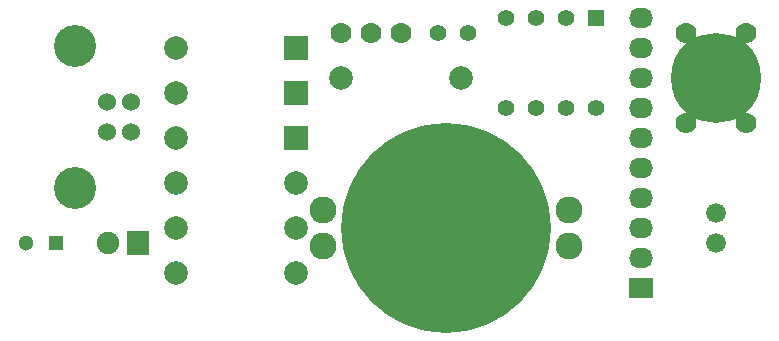
<source format=gts>
G04 #@! TF.FileFunction,Soldermask,Top*
%FSLAX46Y46*%
G04 Gerber Fmt 4.6, Leading zero omitted, Abs format (unit mm)*
G04 Created by KiCad (PCBNEW (2015-08-15 BZR 6092)-product) date 9/14/2015 8:23:45 PM*
%MOMM*%
G01*
G04 APERTURE LIST*
%ADD10C,0.100000*%
%ADD11C,1.676400*%
%ADD12C,1.998980*%
%ADD13R,1.998980X1.998980*%
%ADD14C,2.286000*%
%ADD15C,17.780000*%
%ADD16C,1.300000*%
%ADD17R,1.300000X1.300000*%
%ADD18R,1.397000X1.397000*%
%ADD19C,1.397000*%
%ADD20C,1.524000*%
%ADD21C,3.556000*%
%ADD22R,2.032000X1.727200*%
%ADD23O,2.032000X1.727200*%
%ADD24C,1.778000*%
%ADD25C,7.620000*%
%ADD26R,1.900000X2.000000*%
%ADD27C,1.900000*%
G04 APERTURE END LIST*
D10*
D11*
X162560000Y-91440000D03*
X162560000Y-93980000D03*
D12*
X116840000Y-96520000D03*
X127000000Y-96520000D03*
X116840000Y-92710000D03*
X127000000Y-92710000D03*
X116840000Y-88900000D03*
X127000000Y-88900000D03*
X140970000Y-80010000D03*
X130810000Y-80010000D03*
X116840000Y-77472540D03*
D13*
X127000000Y-77472540D03*
D12*
X116839480Y-85092540D03*
D13*
X126999480Y-85092540D03*
D12*
X116839480Y-81282540D03*
D13*
X126999480Y-81282540D03*
D14*
X129286000Y-94234000D03*
X150114000Y-94234000D03*
X129286000Y-91186000D03*
X150114000Y-91186000D03*
D15*
X139700000Y-92710000D03*
D16*
X104180000Y-93980000D03*
D17*
X106680000Y-93980000D03*
D18*
X152400000Y-74930000D03*
D19*
X149860000Y-74930000D03*
X147320000Y-74930000D03*
X144780000Y-74930000D03*
X144780000Y-82550000D03*
X147320000Y-82550000D03*
X149860000Y-82550000D03*
X152400000Y-82550000D03*
D20*
X113030000Y-84582000D03*
X113030000Y-82042000D03*
X111031020Y-82042000D03*
X111031020Y-84582000D03*
D21*
X108331000Y-89311480D03*
X108331000Y-77312520D03*
D22*
X156210000Y-97790000D03*
D23*
X156210000Y-95250000D03*
X156210000Y-92710000D03*
X156210000Y-90170000D03*
X156210000Y-87630000D03*
X156210000Y-85090000D03*
X156210000Y-82550000D03*
X156210000Y-80010000D03*
X156210000Y-77470000D03*
X156210000Y-74930000D03*
D24*
X133350000Y-76200000D03*
X135890000Y-76200000D03*
X130810000Y-76200000D03*
X165100000Y-83820000D03*
X160020000Y-83820000D03*
X165100000Y-76200000D03*
X160020000Y-76200000D03*
D25*
X162560000Y-80010000D03*
D19*
X141605000Y-76200000D03*
X139065000Y-76200000D03*
D26*
X113665000Y-93980000D03*
D27*
X111125000Y-93980000D03*
M02*

</source>
